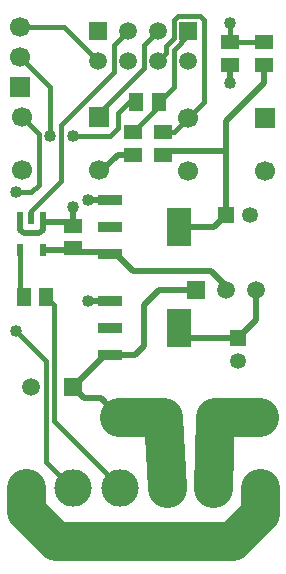
<source format=gtl>
G04 DipTrace 2.4.0.2*
%INESPixelStick.GTL*%
%MOIN*%
%ADD13C,0.02*%
%ADD14C,0.015*%
%ADD15C,0.13*%
%ADD18C,0.04*%
%ADD20R,0.0591X0.0591*%
%ADD21C,0.0591*%
%ADD22R,0.0531X0.0531*%
%ADD23C,0.0531*%
%ADD24R,0.0591X0.0512*%
%ADD25C,0.1*%
%ADD26C,0.125*%
%ADD27R,0.0669X0.0669*%
%ADD28C,0.0669*%
%ADD29R,0.0512X0.0591*%
%ADD31R,0.0846X0.0374*%
%ADD32R,0.0846X0.128*%
%ADD33R,0.0236X0.0433*%
%FSLAX44Y44*%
G04*
G70*
G90*
G75*
G01*
%LNTop*%
%LPD*%
X11437Y16312D2*
D13*
X11031Y15906D1*
X9845D1*
X11437Y16312D2*
Y18437D1*
Y19437D1*
X12686Y20686D1*
Y21313D1*
X9312Y18312D2*
X9437Y18437D1*
X11437D1*
Y13812D2*
X11562D1*
X10937Y14437D1*
X8312D1*
X7687Y15062D1*
X7562Y14937D1*
Y15001D1*
X6313Y15188D2*
X6439Y15062D1*
X7562D1*
Y15001D1*
X6313Y15188D2*
X6249Y15124D1*
X5312D1*
X9161Y22437D2*
D14*
X8687Y21963D1*
Y21187D1*
X7187Y19687D1*
Y19562D1*
X4628D2*
X5187Y19003D1*
Y17312D1*
X4937Y17062D1*
X4437D1*
Y12437D2*
X5437Y11437D1*
Y8062D1*
X6312Y7187D1*
X6326D1*
X5437Y13562D2*
X5687Y13312D1*
Y9437D1*
X7885Y7239D1*
Y7187D1*
X8161Y22437D2*
X7687Y21963D1*
Y21062D1*
X5937Y19312D1*
Y17437D1*
X4938Y16438D1*
Y16187D1*
X4767Y7187D2*
D15*
Y6420D1*
X5750Y5437D1*
X11625D1*
X12562Y6374D1*
Y7187D1*
X6313Y15936D2*
D13*
X6187Y16062D1*
X5312D1*
Y16187D1*
X4564D2*
Y15810D1*
X4687Y15687D1*
X5187D1*
X5312Y15812D1*
Y16187D1*
X8312Y18312D2*
X7812D1*
X7290Y17790D1*
X7187D1*
X11562Y21314D2*
Y20687D1*
X6313Y15936D2*
X6312Y15937D1*
Y16562D1*
X7562Y16812D2*
X6812D1*
X7562Y13437D2*
X6812D1*
X11562Y22062D2*
D14*
X12686Y22061D1*
X11562Y22062D2*
Y22687D1*
X9312Y19060D2*
X9685D1*
X10168Y19543D1*
X9161Y21437D2*
X9437Y21713D1*
Y21937D1*
X9687Y22187D1*
Y22812D1*
X9812Y22937D1*
X10562D1*
X10687Y22812D1*
Y20062D1*
X10168Y19543D1*
X10161Y22437D2*
Y22286D1*
X9687Y21812D1*
Y20564D1*
X9185Y20062D1*
X8312Y19060D2*
X9185Y19933D1*
Y20062D1*
X4689Y13562D2*
X4564Y13687D1*
Y15124D1*
X11831Y12206D2*
D13*
X9845D1*
Y12531D1*
X12437Y13812D2*
Y12812D1*
X11831Y12206D1*
X8437Y20062D2*
D14*
X8187D1*
X7812Y19687D1*
Y19187D1*
X7562Y18937D1*
X6312D1*
X4562Y21562D2*
X5562Y20562D1*
Y18937D1*
X7161Y21437D2*
X6036Y22562D1*
X4562D1*
X9444Y7187D2*
D15*
X9312Y9562D1*
X6315Y10562D2*
D13*
X7315Y11562D1*
X7562D1*
Y11626D1*
X10437Y13812D2*
X9187D1*
X8687Y13312D1*
Y11937D1*
X8376Y11626D1*
X7562D1*
X9312Y9562D2*
D15*
X7872D1*
X6315Y10562D2*
D13*
X6689Y10188D1*
X7246D1*
X7872Y9562D1*
X11003Y7187D2*
D15*
X11072Y9562D1*
X12512D1*
D18*
X11562Y20687D3*
X6312Y16562D3*
X6812Y13437D3*
Y16812D3*
X4437Y17062D3*
Y12437D3*
X11562Y22687D3*
X6312Y18937D3*
X5562D3*
D20*
X6315Y10562D3*
D21*
X4937D3*
D22*
X11831Y12206D3*
D23*
Y11418D3*
D22*
X11437Y16312D3*
D23*
X12224D3*
D24*
X6313Y15188D3*
Y15936D3*
X11562Y22062D3*
Y21314D3*
D25*
X9312Y9562D3*
X11072D3*
X7872D3*
X12512D3*
D20*
X10437Y13812D3*
D21*
X11437D3*
X12437D3*
X7161Y21437D3*
D20*
Y22437D3*
D21*
X8161Y21437D3*
Y22437D3*
X9161Y21437D3*
Y22437D3*
X10161Y21437D3*
D20*
Y22437D3*
D26*
X12562Y7187D3*
X11003D3*
X9444D3*
X7885D3*
X6326D3*
X4767D3*
D27*
X4562Y20562D3*
D28*
Y21562D3*
Y22562D3*
D24*
X12686Y21313D3*
Y22061D3*
D29*
X5437Y13562D3*
X4689D3*
X8437Y20062D3*
X9185D3*
D24*
X8312Y19060D3*
Y18312D3*
X9312D3*
Y19060D3*
D27*
X12727Y19543D3*
D28*
Y17772D3*
X10168D3*
Y19543D3*
D27*
X7187Y19562D3*
D28*
Y17790D3*
X4628D3*
Y19562D3*
D31*
X7562Y13437D3*
Y12531D3*
Y11626D3*
D32*
X9845Y12531D3*
D31*
X7562Y16812D3*
Y15906D3*
Y15001D3*
D32*
X9845Y15906D3*
D33*
X5312Y16187D3*
X4938D3*
X4564D3*
Y15124D3*
X5312D3*
M02*

</source>
